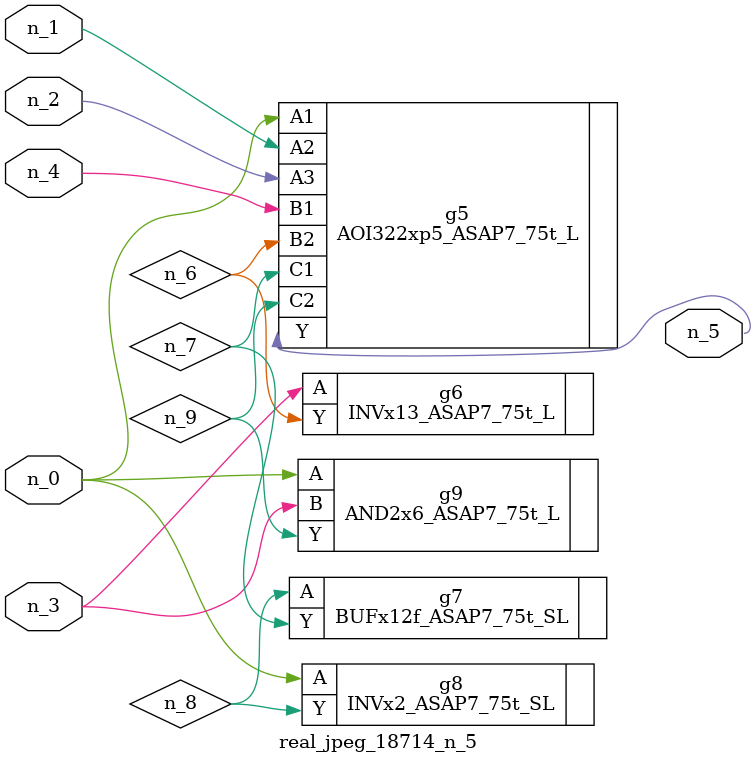
<source format=v>
module real_jpeg_18714_n_5 (n_4, n_0, n_1, n_2, n_3, n_5);

input n_4;
input n_0;
input n_1;
input n_2;
input n_3;

output n_5;

wire n_8;
wire n_6;
wire n_7;
wire n_9;

AOI322xp5_ASAP7_75t_L g5 ( 
.A1(n_0),
.A2(n_1),
.A3(n_2),
.B1(n_4),
.B2(n_6),
.C1(n_7),
.C2(n_9),
.Y(n_5)
);

INVx2_ASAP7_75t_SL g8 ( 
.A(n_0),
.Y(n_8)
);

AND2x6_ASAP7_75t_L g9 ( 
.A(n_0),
.B(n_3),
.Y(n_9)
);

INVx13_ASAP7_75t_L g6 ( 
.A(n_3),
.Y(n_6)
);

BUFx12f_ASAP7_75t_SL g7 ( 
.A(n_8),
.Y(n_7)
);


endmodule
</source>
